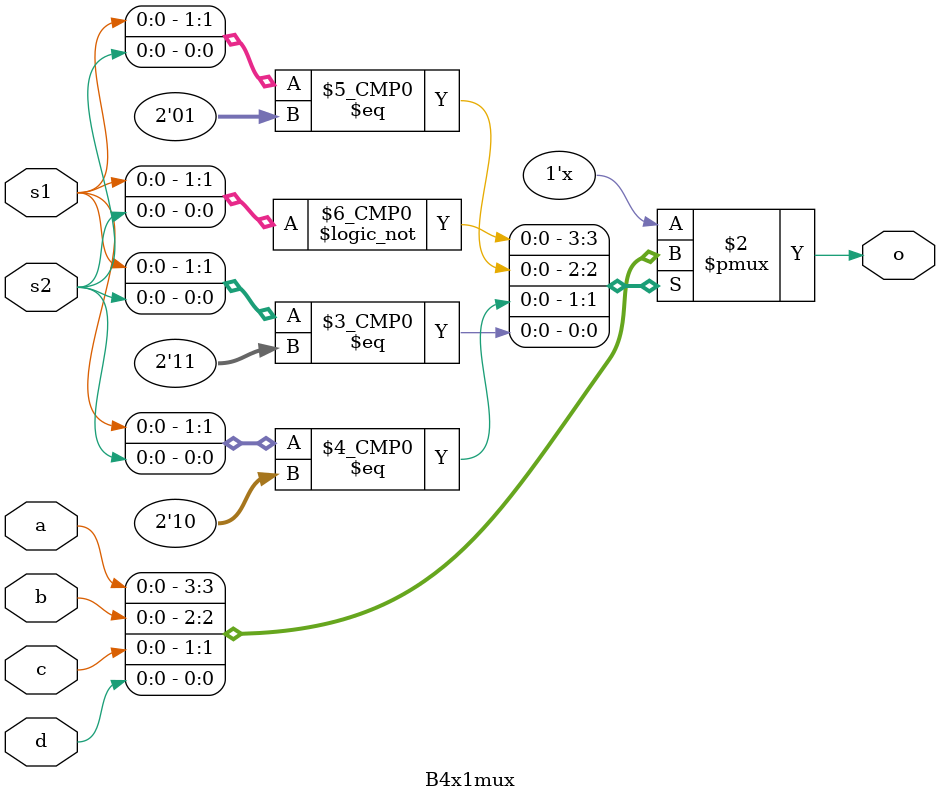
<source format=v>
`timescale 1ns / 1ps
module B4x1mux(o,a,b,c,d,s1,s2
    );
input a,b,c,d,s1,s2;
output o;
reg o;
always@(a,b,c,d,s1,s2)
begin
case({s1,s2})
2'b00:o=a;
2'b01:o=b;
2'b10:o=c;
2'b11:o=d;
default:o=1'bx;
endcase
end
endmodule

</source>
